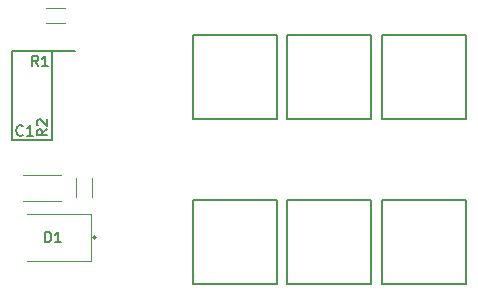
<source format=gbr>
%TF.GenerationSoftware,KiCad,Pcbnew,no-vcs-found*%
%TF.CreationDate,2017-10-06T12:39:31+10:30*%
%TF.ProjectId,antispark-pcb,616E7469737061726B2D7063622E6B69,1.0*%
%TF.SameCoordinates,Original*%
%TF.FileFunction,Legend,Top*%
%TF.FilePolarity,Positive*%
%FSLAX46Y46*%
G04 Gerber Fmt 4.6, Leading zero omitted, Abs format (unit mm)*
G04 Created by KiCad (PCBNEW no-vcs-found) date Fri Oct  6 12:39:31 2017*
%MOMM*%
%LPD*%
G01*
G04 APERTURE LIST*
%ADD10C,0.120000*%
%ADD11C,0.200000*%
%ADD12C,0.150000*%
%ADD13C,0.140000*%
G04 APERTURE END LIST*
D10*
%TO.C,C1*%
X104675000Y-123310000D02*
X101475000Y-123310000D01*
X104675000Y-125490000D02*
X101475000Y-125490000D01*
D11*
%TO.C,D1*%
X107605000Y-128600000D02*
G75*
G03X107605000Y-128600000I-100000J0D01*
G01*
D10*
X101800000Y-130580000D02*
X107185000Y-130580000D01*
X107185000Y-130580000D02*
X107185000Y-126620000D01*
X107185000Y-126620000D02*
X101800000Y-126620000D01*
D12*
%TO.C,P3*%
X103925000Y-112850000D02*
X103925000Y-120350000D01*
X103925000Y-112850000D02*
X100550000Y-112850000D01*
X103925000Y-120350000D02*
X100550000Y-120350000D01*
X100550000Y-112850000D02*
X100550000Y-120350000D01*
X103950000Y-112850000D02*
X105850000Y-112850000D01*
X105850000Y-112850000D02*
X105850000Y-112850000D01*
%TO.C,Q1*%
X122950560Y-118550040D02*
X115848720Y-118550040D01*
X122950560Y-111448200D02*
X122950560Y-118550040D01*
X115848720Y-111448200D02*
X122950560Y-111448200D01*
X115848720Y-118550040D02*
X115848720Y-111448200D01*
%TO.C,Q2*%
X130950920Y-118550920D02*
X123849080Y-118550920D01*
X130950920Y-111449080D02*
X130950920Y-118550920D01*
X123849080Y-111449080D02*
X130950920Y-111449080D01*
X123849080Y-118550920D02*
X123849080Y-111449080D01*
%TO.C,Q3*%
X138950920Y-118550920D02*
X131849080Y-118550920D01*
X138950920Y-111449080D02*
X138950920Y-118550920D01*
X131849080Y-111449080D02*
X138950920Y-111449080D01*
X131849080Y-118550920D02*
X131849080Y-111449080D01*
%TO.C,Q4*%
X122950920Y-125449080D02*
X122950920Y-132550920D01*
X122950920Y-132550920D02*
X115849080Y-132550920D01*
X115849080Y-132550920D02*
X115849080Y-125449080D01*
X115849080Y-125449080D02*
X122950920Y-125449080D01*
%TO.C,Q5*%
X130950920Y-125449080D02*
X130950920Y-132550920D01*
X130950920Y-132550920D02*
X123849080Y-132550920D01*
X123849080Y-132550920D02*
X123849080Y-125449080D01*
X123849080Y-125449080D02*
X130950920Y-125449080D01*
%TO.C,Q6*%
X138950920Y-125449080D02*
X138950920Y-132550920D01*
X138950920Y-132550920D02*
X131849080Y-132550920D01*
X131849080Y-132550920D02*
X131849080Y-125449080D01*
X131849080Y-125449080D02*
X138950920Y-125449080D01*
D10*
%TO.C,R1*%
X105000000Y-109130000D02*
X103400000Y-109130000D01*
X105000000Y-110470000D02*
X103400000Y-110470000D01*
%TO.C,R2*%
X107270000Y-123600000D02*
X107270000Y-125200000D01*
X105930000Y-123600000D02*
X105930000Y-125200000D01*
%TO.C,C1*%
D13*
X101450000Y-119921428D02*
X101407142Y-119964285D01*
X101278571Y-120007142D01*
X101192857Y-120007142D01*
X101064285Y-119964285D01*
X100978571Y-119878571D01*
X100935714Y-119792857D01*
X100892857Y-119621428D01*
X100892857Y-119492857D01*
X100935714Y-119321428D01*
X100978571Y-119235714D01*
X101064285Y-119150000D01*
X101192857Y-119107142D01*
X101278571Y-119107142D01*
X101407142Y-119150000D01*
X101450000Y-119192857D01*
X102307142Y-120007142D02*
X101792857Y-120007142D01*
X102050000Y-120007142D02*
X102050000Y-119107142D01*
X101964285Y-119235714D01*
X101878571Y-119321428D01*
X101792857Y-119364285D01*
%TO.C,D1*%
X103335714Y-129007142D02*
X103335714Y-128107142D01*
X103550000Y-128107142D01*
X103678571Y-128150000D01*
X103764285Y-128235714D01*
X103807142Y-128321428D01*
X103850000Y-128492857D01*
X103850000Y-128621428D01*
X103807142Y-128792857D01*
X103764285Y-128878571D01*
X103678571Y-128964285D01*
X103550000Y-129007142D01*
X103335714Y-129007142D01*
X104707142Y-129007142D02*
X104192857Y-129007142D01*
X104450000Y-129007142D02*
X104450000Y-128107142D01*
X104364285Y-128235714D01*
X104278571Y-128321428D01*
X104192857Y-128364285D01*
%TO.C,R1*%
X102750000Y-114107142D02*
X102450000Y-113678571D01*
X102235714Y-114107142D02*
X102235714Y-113207142D01*
X102578571Y-113207142D01*
X102664285Y-113250000D01*
X102707142Y-113292857D01*
X102750000Y-113378571D01*
X102750000Y-113507142D01*
X102707142Y-113592857D01*
X102664285Y-113635714D01*
X102578571Y-113678571D01*
X102235714Y-113678571D01*
X103607142Y-114107142D02*
X103092857Y-114107142D01*
X103350000Y-114107142D02*
X103350000Y-113207142D01*
X103264285Y-113335714D01*
X103178571Y-113421428D01*
X103092857Y-113464285D01*
%TO.C,R2*%
X103507142Y-119450000D02*
X103078571Y-119750000D01*
X103507142Y-119964285D02*
X102607142Y-119964285D01*
X102607142Y-119621428D01*
X102650000Y-119535714D01*
X102692857Y-119492857D01*
X102778571Y-119450000D01*
X102907142Y-119450000D01*
X102992857Y-119492857D01*
X103035714Y-119535714D01*
X103078571Y-119621428D01*
X103078571Y-119964285D01*
X102692857Y-119107142D02*
X102650000Y-119064285D01*
X102607142Y-118978571D01*
X102607142Y-118764285D01*
X102650000Y-118678571D01*
X102692857Y-118635714D01*
X102778571Y-118592857D01*
X102864285Y-118592857D01*
X102992857Y-118635714D01*
X103507142Y-119150000D01*
X103507142Y-118592857D01*
%TD*%
M02*

</source>
